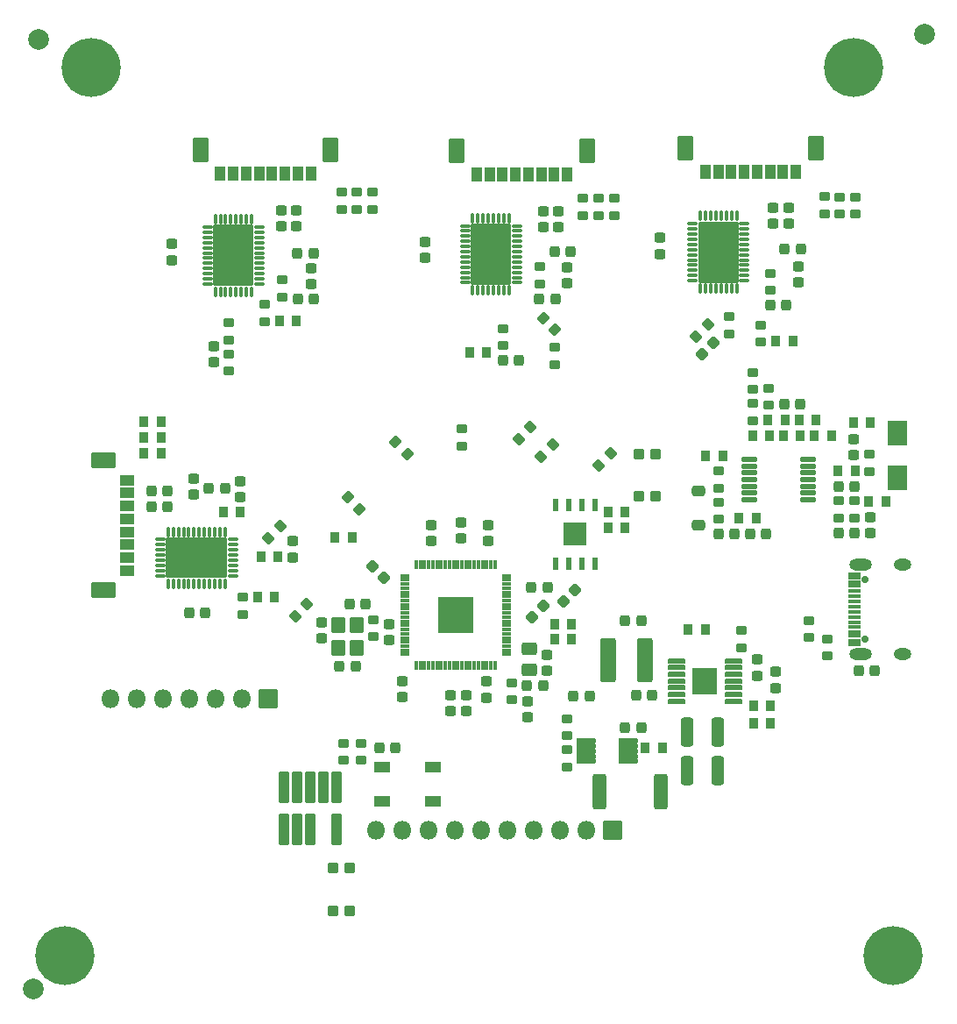
<source format=gts>
%TF.GenerationSoftware,KiCad,Pcbnew,8.0.8*%
%TF.CreationDate,2025-03-29T22:08:22-04:00*%
%TF.ProjectId,motor_board,6d6f746f-725f-4626-9f61-72642e6b6963,idk*%
%TF.SameCoordinates,Original*%
%TF.FileFunction,Soldermask,Top*%
%TF.FilePolarity,Negative*%
%FSLAX46Y46*%
G04 Gerber Fmt 4.6, Leading zero omitted, Abs format (unit mm)*
G04 Created by KiCad (PCBNEW 8.0.8) date 2025-03-29 22:08:22*
%MOMM*%
%LPD*%
G01*
G04 APERTURE LIST*
G04 Aperture macros list*
%AMRoundRect*
0 Rectangle with rounded corners*
0 $1 Rounding radius*
0 $2 $3 $4 $5 $6 $7 $8 $9 X,Y pos of 4 corners*
0 Add a 4 corners polygon primitive as box body*
4,1,4,$2,$3,$4,$5,$6,$7,$8,$9,$2,$3,0*
0 Add four circle primitives for the rounded corners*
1,1,$1+$1,$2,$3*
1,1,$1+$1,$4,$5*
1,1,$1+$1,$6,$7*
1,1,$1+$1,$8,$9*
0 Add four rect primitives between the rounded corners*
20,1,$1+$1,$2,$3,$4,$5,0*
20,1,$1+$1,$4,$5,$6,$7,0*
20,1,$1+$1,$6,$7,$8,$9,0*
20,1,$1+$1,$8,$9,$2,$3,0*%
G04 Aperture macros list end*
%ADD10RoundRect,0.063500X0.800100X0.152400X-0.800100X0.152400X-0.800100X-0.152400X0.800100X-0.152400X0*%
%ADD11RoundRect,0.063500X1.155000X1.230000X-1.155000X1.230000X-1.155000X-1.230000X1.155000X-1.230000X0*%
%ADD12RoundRect,0.250400X0.250400X0.275400X-0.250400X0.275400X-0.250400X-0.275400X0.250400X-0.275400X0*%
%ADD13RoundRect,0.250400X-0.250400X-0.275400X0.250400X-0.275400X0.250400X0.275400X-0.250400X0.275400X0*%
%ADD14RoundRect,0.225400X0.300400X-0.225400X0.300400X0.225400X-0.300400X0.225400X-0.300400X-0.225400X0*%
%ADD15RoundRect,0.250400X0.275400X-0.250400X0.275400X0.250400X-0.275400X0.250400X-0.275400X-0.250400X0*%
%ADD16C,5.701600*%
%ADD17C,2.000000*%
%ADD18RoundRect,0.225400X0.225400X0.300400X-0.225400X0.300400X-0.225400X-0.300400X0.225400X-0.300400X0*%
%ADD19RoundRect,0.225400X-0.225400X-0.300400X0.225400X-0.300400X0.225400X0.300400X-0.225400X0.300400X0*%
%ADD20RoundRect,0.270735X0.392565X1.455065X-0.392565X1.455065X-0.392565X-1.455065X0.392565X-1.455065X0*%
%ADD21RoundRect,0.355555X0.445245X1.795245X-0.445245X1.795245X-0.445245X-1.795245X0.445245X-1.795245X0*%
%ADD22RoundRect,0.272087X-0.353713X-1.128713X0.353713X-1.128713X0.353713X1.128713X-0.353713X1.128713X0*%
%ADD23RoundRect,0.050800X0.889000X0.165100X-0.889000X0.165100X-0.889000X-0.165100X0.889000X-0.165100X0*%
%ADD24C,0.701600*%
%ADD25RoundRect,0.050800X0.575000X-0.300000X0.575000X0.300000X-0.575000X0.300000X-0.575000X-0.300000X0*%
%ADD26RoundRect,0.050800X0.575000X-0.150000X0.575000X0.150000X-0.575000X0.150000X-0.575000X-0.150000X0*%
%ADD27O,2.201600X1.101600*%
%ADD28O,1.701600X1.101600*%
%ADD29RoundRect,0.250400X0.371797X0.017678X0.017678X0.371797X-0.371797X-0.017678X-0.017678X-0.371797X0*%
%ADD30RoundRect,0.225400X-0.300400X0.225400X-0.300400X-0.225400X0.300400X-0.225400X0.300400X0.225400X0*%
%ADD31RoundRect,0.250400X-0.275400X0.250400X-0.275400X-0.250400X0.275400X-0.250400X0.275400X0.250400X0*%
%ADD32RoundRect,0.050800X-0.121236X-0.453033X0.121236X-0.453033X0.121236X0.453033X-0.121236X0.453033X0*%
%ADD33RoundRect,0.050800X-0.453033X0.121236X-0.453033X-0.121236X0.453033X-0.121236X0.453033X0.121236X0*%
%ADD34C,0.401600*%
%ADD35RoundRect,0.050800X-2.900000X1.900000X-2.900000X-1.900000X2.900000X-1.900000X2.900000X1.900000X0*%
%ADD36RoundRect,0.050800X-0.850000X0.850000X-0.850000X-0.850000X0.850000X-0.850000X0.850000X0.850000X0*%
%ADD37O,1.801600X1.801600*%
%ADD38RoundRect,0.050800X0.121236X0.453033X-0.121236X0.453033X-0.121236X-0.453033X0.121236X-0.453033X0*%
%ADD39RoundRect,0.050800X1.900000X2.900000X-1.900000X2.900000X-1.900000X-2.900000X1.900000X-2.900000X0*%
%ADD40RoundRect,0.225400X0.053033X-0.371797X0.371797X-0.053033X-0.053033X0.371797X-0.371797X0.053033X0*%
%ADD41RoundRect,0.225400X-0.371797X-0.053033X-0.053033X-0.371797X0.371797X0.053033X0.053033X0.371797X0*%
%ADD42RoundRect,0.225400X-0.053033X0.371797X-0.371797X0.053033X0.053033X-0.371797X0.371797X-0.053033X0*%
%ADD43RoundRect,0.100160X-0.700640X-0.400640X0.700640X-0.400640X0.700640X0.400640X-0.700640X0.400640X0*%
%ADD44RoundRect,0.102000X-0.370000X-1.395000X0.370000X-1.395000X0.370000X1.395000X-0.370000X1.395000X0*%
%ADD45RoundRect,0.272087X-0.478713X0.353713X-0.478713X-0.353713X0.478713X-0.353713X0.478713X0.353713X0*%
%ADD46RoundRect,0.050800X0.450000X-0.450000X0.450000X0.450000X-0.450000X0.450000X-0.450000X-0.450000X0*%
%ADD47RoundRect,0.050800X-0.419100X-0.647700X0.419100X-0.647700X0.419100X0.647700X-0.419100X0.647700X0*%
%ADD48RoundRect,0.050800X-0.698500X-1.130300X0.698500X-1.130300X0.698500X1.130300X-0.698500X1.130300X0*%
%ADD49RoundRect,0.050800X-0.600000X0.700000X-0.600000X-0.700000X0.600000X-0.700000X0.600000X0.700000X0*%
%ADD50RoundRect,0.125400X0.662900X0.125400X-0.662900X0.125400X-0.662900X-0.125400X0.662900X-0.125400X0*%
%ADD51RoundRect,0.063500X-0.225000X0.525000X-0.225000X-0.525000X0.225000X-0.525000X0.225000X0.525000X0*%
%ADD52RoundRect,0.063500X-1.050000X-1.050000X1.050000X-1.050000X1.050000X1.050000X-1.050000X1.050000X0*%
%ADD53RoundRect,0.250400X0.017678X-0.371797X0.371797X-0.017678X-0.017678X0.371797X-0.371797X0.017678X0*%
%ADD54RoundRect,0.050800X-0.450000X0.450000X-0.450000X-0.450000X0.450000X-0.450000X0.450000X0.450000X0*%
%ADD55RoundRect,0.050800X0.850000X1.175000X-0.850000X1.175000X-0.850000X-1.175000X0.850000X-1.175000X0*%
%ADD56RoundRect,0.250400X-0.400400X0.250400X-0.400400X-0.250400X0.400400X-0.250400X0.400400X0.250400X0*%
%ADD57RoundRect,0.080400X-0.080400X-0.360400X0.080400X-0.360400X0.080400X0.360400X-0.080400X0.360400X0*%
%ADD58RoundRect,0.080400X-0.360400X0.080400X-0.360400X-0.080400X0.360400X-0.080400X0.360400X0.080400X0*%
%ADD59RoundRect,0.050800X-0.566666X0.566666X-0.566666X-0.566666X0.566666X-0.566666X0.566666X0.566666X0*%
%ADD60RoundRect,0.050800X0.647700X-0.419100X0.647700X0.419100X-0.647700X0.419100X-0.647700X-0.419100X0*%
%ADD61RoundRect,0.050800X1.130300X-0.698500X1.130300X0.698500X-1.130300X0.698500X-1.130300X-0.698500X0*%
%ADD62RoundRect,0.250400X-0.017678X0.371797X-0.371797X0.017678X0.017678X-0.371797X0.371797X-0.017678X0*%
%ADD63RoundRect,0.050800X0.850000X-0.850000X0.850000X0.850000X-0.850000X0.850000X-0.850000X-0.850000X0*%
G04 APERTURE END LIST*
D10*
X168004604Y-118740034D03*
X168004604Y-118090021D03*
X168004604Y-117440012D03*
X168004604Y-116790000D03*
X168004604Y-116139988D03*
X168004604Y-115489979D03*
X168004604Y-114839966D03*
X162467404Y-114839966D03*
X162467404Y-115489979D03*
X162467404Y-116139988D03*
X162467404Y-116790000D03*
X162467404Y-117440012D03*
X162467404Y-118090021D03*
X162467404Y-118740034D03*
D11*
X165236004Y-116790000D03*
D12*
X159069100Y-110973900D03*
X157519100Y-110973900D03*
D13*
X152519100Y-118223900D03*
X154069100Y-118223900D03*
X158603600Y-118152400D03*
X160153600Y-118152400D03*
D14*
X168776600Y-113579900D03*
X168776600Y-111929900D03*
D15*
X170237100Y-116260400D03*
X170237100Y-114710400D03*
D16*
X105946000Y-57564100D03*
X103426000Y-143294000D03*
X183426100Y-143294100D03*
X179606000Y-57564000D03*
D17*
X100330000Y-146558000D03*
D13*
X180100000Y-115800000D03*
X181650000Y-115800000D03*
D18*
X171570100Y-119168400D03*
X169920100Y-119168400D03*
D15*
X172015100Y-117466900D03*
X172015100Y-115916900D03*
D19*
X163619100Y-111773900D03*
X165269100Y-111773900D03*
X169920100Y-120882900D03*
X171570100Y-120882900D03*
D20*
X160962500Y-127500000D03*
X155037500Y-127500000D03*
D21*
X159464100Y-114786900D03*
X155864100Y-114786900D03*
D22*
X163507004Y-121743000D03*
X166457004Y-121743000D03*
X163507004Y-125454900D03*
X166457004Y-125454900D03*
D18*
X161119100Y-123223900D03*
X159469100Y-123223900D03*
D23*
X157838800Y-124549901D03*
X157838800Y-124049899D03*
X157838800Y-123549900D03*
X157838800Y-123049901D03*
X157838800Y-122549899D03*
X153749400Y-122549899D03*
X153749400Y-123049901D03*
X153749400Y-123549900D03*
X153749400Y-124049899D03*
X153749400Y-124549901D03*
D13*
X157519100Y-121323900D03*
X159069100Y-121323900D03*
D24*
X180735000Y-112735000D03*
X180735000Y-106965000D03*
D25*
X179660000Y-113050000D03*
X179660000Y-112250000D03*
D26*
X179660000Y-111100000D03*
X179660000Y-110100000D03*
X179660000Y-109600000D03*
X179660000Y-108600000D03*
D25*
X179660000Y-107450000D03*
X179660000Y-106650000D03*
D26*
X179660000Y-108100000D03*
X179660000Y-109100000D03*
X179660000Y-110600000D03*
X179660000Y-111600000D03*
D27*
X180235000Y-114170000D03*
D28*
X184375000Y-114170000D03*
D27*
X180235000Y-105530000D03*
D28*
X184375000Y-105530000D03*
D29*
X134217108Y-106846908D03*
X133121092Y-105750892D03*
D30*
X170647132Y-82426933D03*
X170647132Y-84076933D03*
D13*
X125897132Y-79926933D03*
X127447132Y-79926933D03*
D31*
X140650000Y-118175000D03*
X140650000Y-119725000D03*
D15*
X115823592Y-98815914D03*
X115823592Y-97265914D03*
D13*
X125847132Y-75451933D03*
X127397132Y-75451933D03*
D19*
X150719100Y-112773900D03*
X152369100Y-112773900D03*
D18*
X181219100Y-91873900D03*
X179569100Y-91873900D03*
D30*
X124397132Y-78051933D03*
X124397132Y-79701933D03*
D17*
X186436000Y-54356000D03*
D31*
X160847132Y-74001933D03*
X160847132Y-75551933D03*
D15*
X141694100Y-102998900D03*
X141694100Y-101448900D03*
D32*
X118866637Y-102380330D03*
X118366638Y-102380330D03*
X117866636Y-102380330D03*
X117366637Y-102380330D03*
X116866638Y-102380330D03*
X116366637Y-102380330D03*
X115866637Y-102380330D03*
X115366636Y-102380330D03*
X114866637Y-102380330D03*
X114366638Y-102380330D03*
X113866636Y-102380330D03*
X113366637Y-102380330D03*
D33*
X112613604Y-103133364D03*
X112613604Y-103633363D03*
X112613604Y-104133362D03*
X112613604Y-104633363D03*
X112613604Y-105133363D03*
X112613604Y-105633364D03*
X112613604Y-106133363D03*
X112613604Y-106633362D03*
D32*
X113366637Y-107386396D03*
X113866636Y-107386396D03*
X114366638Y-107386396D03*
X114866637Y-107386396D03*
X115366636Y-107386396D03*
X115866637Y-107386396D03*
X116366637Y-107386396D03*
X116866638Y-107386396D03*
X117366637Y-107386396D03*
X117866636Y-107386396D03*
X118366638Y-107386396D03*
X118866637Y-107386396D03*
D33*
X119619670Y-106633362D03*
X119619670Y-106133363D03*
X119619670Y-105633364D03*
X119619670Y-105133363D03*
X119619670Y-104633363D03*
X119619670Y-104133362D03*
X119619670Y-103633363D03*
X119619670Y-103133364D03*
D34*
X117366637Y-103383363D03*
X116116637Y-103383363D03*
X114866637Y-103383363D03*
X118616637Y-104383363D03*
X117366637Y-104383363D03*
X116116637Y-104383363D03*
X114866637Y-104383363D03*
X113616637Y-104383363D03*
D35*
X116116637Y-104883363D03*
D34*
X118616637Y-105383363D03*
X117366637Y-105383363D03*
X116116637Y-105383363D03*
X114866637Y-105383363D03*
X113616637Y-105383363D03*
X117366637Y-106383363D03*
X116116637Y-106383363D03*
X114866637Y-106383363D03*
D14*
X166594100Y-98148900D03*
X166594100Y-96498900D03*
D13*
X111773592Y-98465914D03*
X113323592Y-98465914D03*
D30*
X119222132Y-85201933D03*
X119222132Y-86851933D03*
D19*
X150719100Y-111273900D03*
X152369100Y-111273900D03*
D15*
X125438605Y-104836395D03*
X125438605Y-103286395D03*
D18*
X170169100Y-101073900D03*
X168519100Y-101073900D03*
X112688605Y-93261395D03*
X111038605Y-93261395D03*
D14*
X177032000Y-114387000D03*
X177032000Y-112737000D03*
D31*
X125757132Y-71301933D03*
X125757132Y-72851933D03*
D36*
X122996637Y-118483363D03*
D37*
X120456637Y-118483363D03*
X117916637Y-118483363D03*
X115376637Y-118483363D03*
X112836637Y-118483363D03*
X110296637Y-118483363D03*
X107756637Y-118483363D03*
D14*
X176797132Y-71676933D03*
X176797132Y-70026933D03*
D19*
X169819100Y-93073900D03*
X171469100Y-93073900D03*
X172819100Y-93073900D03*
X174469100Y-93073900D03*
D31*
X113747132Y-74601933D03*
X113747132Y-76151933D03*
D12*
X132444100Y-109323900D03*
X130894100Y-109323900D03*
D33*
X147050165Y-78326933D03*
X147050165Y-77826934D03*
X147050165Y-77326932D03*
X147050165Y-76826933D03*
X147050165Y-76326934D03*
X147050165Y-75826933D03*
X147050165Y-75326933D03*
X147050165Y-74826932D03*
X147050165Y-74326933D03*
X147050165Y-73826934D03*
X147050165Y-73326932D03*
X147050165Y-72826933D03*
D38*
X146297131Y-72073900D03*
X145797132Y-72073900D03*
X145297133Y-72073900D03*
X144797132Y-72073900D03*
X144297132Y-72073900D03*
X143797131Y-72073900D03*
X143297132Y-72073900D03*
X142797133Y-72073900D03*
D33*
X142044099Y-72826933D03*
X142044099Y-73326932D03*
X142044099Y-73826934D03*
X142044099Y-74326933D03*
X142044099Y-74826932D03*
X142044099Y-75326933D03*
X142044099Y-75826933D03*
X142044099Y-76326934D03*
X142044099Y-76826933D03*
X142044099Y-77326932D03*
X142044099Y-77826934D03*
X142044099Y-78326933D03*
D38*
X142797133Y-79079966D03*
X143297132Y-79079966D03*
X143797131Y-79079966D03*
X144297132Y-79079966D03*
X144797132Y-79079966D03*
X145297133Y-79079966D03*
X145797132Y-79079966D03*
X146297131Y-79079966D03*
D34*
X146047132Y-76826933D03*
X146047132Y-75576933D03*
X146047132Y-74326933D03*
X145047132Y-78076933D03*
X145047132Y-76826933D03*
X145047132Y-75576933D03*
X145047132Y-74326933D03*
X145047132Y-73076933D03*
D39*
X144547132Y-75576933D03*
D34*
X144047132Y-78076933D03*
X144047132Y-76826933D03*
X144047132Y-75576933D03*
X144047132Y-74326933D03*
X144047132Y-73076933D03*
X143047132Y-76826933D03*
X143047132Y-75576933D03*
X143047132Y-74326933D03*
D31*
X173322132Y-71051933D03*
X173322132Y-72601933D03*
X128200000Y-111125000D03*
X128200000Y-112675000D03*
D19*
X175819100Y-93073900D03*
X177469100Y-93073900D03*
D12*
X174419100Y-90073900D03*
X172869100Y-90073900D03*
D18*
X157519100Y-100473900D03*
X155869100Y-100473900D03*
D19*
X172094100Y-83998900D03*
X173744100Y-83998900D03*
D15*
X144294100Y-103248900D03*
X144294100Y-101698900D03*
D13*
X111773592Y-99965914D03*
X113323592Y-99965914D03*
D15*
X138794100Y-103248900D03*
X138794100Y-101698900D03*
D30*
X169844100Y-89998900D03*
X169844100Y-91648900D03*
X178112850Y-99398900D03*
X178112850Y-101048900D03*
D19*
X122338605Y-104786395D03*
X123988605Y-104786395D03*
D40*
X154960737Y-95957263D03*
X156127463Y-94790537D03*
D31*
X135994100Y-116798900D03*
X135994100Y-118348900D03*
D19*
X124122132Y-82026933D03*
X125772132Y-82026933D03*
D14*
X120548592Y-110340914D03*
X120548592Y-108690914D03*
D12*
X131469100Y-115373900D03*
X129919100Y-115373900D03*
D14*
X130122132Y-71251933D03*
X130122132Y-69601933D03*
D19*
X118698592Y-100490914D03*
X120348592Y-100490914D03*
D12*
X171119100Y-102573900D03*
X169569100Y-102573900D03*
D31*
X134750000Y-111298900D03*
X134750000Y-112848900D03*
D30*
X119222132Y-82201933D03*
X119222132Y-83851933D03*
D41*
X149585737Y-81715537D03*
X150752463Y-82882263D03*
D42*
X165530495Y-82368570D03*
X164363769Y-83535296D03*
D43*
X134044100Y-125123900D03*
X134044100Y-128423900D03*
X138944100Y-128423900D03*
X138944100Y-125123900D03*
D13*
X166569100Y-102573900D03*
X168119100Y-102573900D03*
D42*
X150552463Y-93990537D03*
X149385737Y-95157263D03*
D31*
X179619100Y-93448900D03*
X179619100Y-94998900D03*
D13*
X150719100Y-75323900D03*
X152269100Y-75323900D03*
X149219100Y-79873900D03*
X150769100Y-79873900D03*
D18*
X112698592Y-94765914D03*
X111048592Y-94765914D03*
D13*
X172922132Y-75076933D03*
X174472132Y-75076933D03*
D18*
X182719100Y-99473900D03*
X181069100Y-99473900D03*
D12*
X179669100Y-97973900D03*
X178119100Y-97973900D03*
D30*
X181119100Y-94898900D03*
X181119100Y-96548900D03*
D14*
X175300000Y-112600000D03*
X175300000Y-110950000D03*
D44*
X124547500Y-131141400D03*
X124547500Y-127071400D03*
X125817500Y-131141400D03*
X125817500Y-127071400D03*
X127087500Y-131141400D03*
X127087500Y-127071400D03*
X128357500Y-127071400D03*
X129627500Y-131141400D03*
X129627500Y-127071400D03*
D41*
X135310737Y-93715537D03*
X136477463Y-94882263D03*
D45*
X148294100Y-113648900D03*
X148294100Y-115698900D03*
D14*
X146594100Y-118598900D03*
X146594100Y-116948900D03*
D30*
X149244100Y-76798900D03*
X149244100Y-78448900D03*
D46*
X158844100Y-94873900D03*
X158844100Y-98973900D03*
X160444100Y-94873900D03*
X160444100Y-98973900D03*
D47*
X151919100Y-67868100D03*
X150669100Y-67868100D03*
X149419100Y-67868100D03*
X148169100Y-67868100D03*
X146919100Y-67868100D03*
X145669100Y-67868100D03*
X144419100Y-67868100D03*
X143169100Y-67868100D03*
D48*
X141269099Y-65573210D03*
X153819101Y-65573210D03*
D13*
X171522132Y-80476933D03*
X173072132Y-80476933D03*
D14*
X154919100Y-71848900D03*
X154919100Y-70198900D03*
D18*
X144119100Y-85073900D03*
X142469100Y-85073900D03*
D14*
X131622132Y-71251933D03*
X131622132Y-69601933D03*
X179644100Y-101048900D03*
X179644100Y-99398900D03*
D13*
X148044100Y-117273900D03*
X149594100Y-117273900D03*
D18*
X179719100Y-96473900D03*
X178069100Y-96473900D03*
D12*
X179669100Y-102473900D03*
X178119100Y-102473900D03*
D17*
X100838000Y-54864000D03*
D18*
X112688605Y-91761395D03*
X111038605Y-91761395D03*
D19*
X174319100Y-91573900D03*
X175969100Y-91573900D03*
D31*
X148069100Y-118723900D03*
X148069100Y-120273900D03*
D14*
X133097132Y-71251933D03*
X133097132Y-69601933D03*
X132044100Y-124436400D03*
X132044100Y-122786400D03*
D31*
X124297132Y-71301933D03*
X124297132Y-72851933D03*
D30*
X171547132Y-77401933D03*
X171547132Y-79051933D03*
D42*
X148377463Y-92240537D03*
X147210737Y-93407263D03*
D19*
X129494100Y-102950000D03*
X131144100Y-102950000D03*
D31*
X171822132Y-71051933D03*
X171822132Y-72601933D03*
D30*
X169844100Y-86998900D03*
X169844100Y-88648900D03*
D18*
X166969100Y-95023900D03*
X165319100Y-95023900D03*
D12*
X150019100Y-107723900D03*
X148469100Y-107723900D03*
D49*
X129844100Y-111373900D03*
X129844100Y-113573900D03*
X131544100Y-113573900D03*
X131544100Y-111373900D03*
D31*
X127197132Y-76926933D03*
X127197132Y-78476933D03*
D50*
X175206600Y-99273900D03*
X175206600Y-98623900D03*
X175206600Y-97973900D03*
X175206600Y-97323900D03*
X175206600Y-96673900D03*
X175206600Y-96023900D03*
X175206600Y-95373900D03*
X169481600Y-95373900D03*
X169481600Y-96023900D03*
X169481600Y-96673900D03*
X169481600Y-97323900D03*
X169481600Y-97973900D03*
X169481600Y-98623900D03*
X169481600Y-99273900D03*
D31*
X142150000Y-118175000D03*
X142150000Y-119725000D03*
D51*
X154599100Y-99773900D03*
X153329100Y-99773900D03*
X152059100Y-99773900D03*
X150789100Y-99773900D03*
X150789100Y-105473900D03*
X152059100Y-105473900D03*
X153329100Y-105473900D03*
X154599100Y-105473900D03*
D52*
X152694100Y-102623900D03*
D13*
X133794100Y-123273900D03*
X135344100Y-123273900D03*
D14*
X133194100Y-112498900D03*
X133194100Y-110848900D03*
D31*
X117747132Y-84476933D03*
X117747132Y-86026933D03*
D47*
X174022132Y-67651933D03*
X172772132Y-67651933D03*
X171522132Y-67651933D03*
X170272132Y-67651933D03*
X169022132Y-67651933D03*
X167772132Y-67651933D03*
X166522132Y-67651933D03*
X165272132Y-67651933D03*
D48*
X163372131Y-65357043D03*
X175922133Y-65357043D03*
D33*
X169050165Y-78126933D03*
X169050165Y-77626934D03*
X169050165Y-77126932D03*
X169050165Y-76626933D03*
X169050165Y-76126934D03*
X169050165Y-75626933D03*
X169050165Y-75126933D03*
X169050165Y-74626932D03*
X169050165Y-74126933D03*
X169050165Y-73626934D03*
X169050165Y-73126932D03*
X169050165Y-72626933D03*
D38*
X168297131Y-71873900D03*
X167797132Y-71873900D03*
X167297133Y-71873900D03*
X166797132Y-71873900D03*
X166297132Y-71873900D03*
X165797131Y-71873900D03*
X165297132Y-71873900D03*
X164797133Y-71873900D03*
D33*
X164044099Y-72626933D03*
X164044099Y-73126932D03*
X164044099Y-73626934D03*
X164044099Y-74126933D03*
X164044099Y-74626932D03*
X164044099Y-75126933D03*
X164044099Y-75626933D03*
X164044099Y-76126934D03*
X164044099Y-76626933D03*
X164044099Y-77126932D03*
X164044099Y-77626934D03*
X164044099Y-78126933D03*
D38*
X164797133Y-78879966D03*
X165297132Y-78879966D03*
X165797131Y-78879966D03*
X166297132Y-78879966D03*
X166797132Y-78879966D03*
X167297133Y-78879966D03*
X167797132Y-78879966D03*
X168297131Y-78879966D03*
D34*
X168047132Y-76626933D03*
X168047132Y-75376933D03*
X168047132Y-74126933D03*
X167047132Y-77876933D03*
X167047132Y-76626933D03*
X167047132Y-75376933D03*
X167047132Y-74126933D03*
X167047132Y-72876933D03*
D39*
X166547132Y-75376933D03*
D34*
X166047132Y-77876933D03*
X166047132Y-76626933D03*
X166047132Y-75376933D03*
X166047132Y-74126933D03*
X166047132Y-72876933D03*
X165047132Y-76626933D03*
X165047132Y-75376933D03*
X165047132Y-74126933D03*
D53*
X148546092Y-110596908D03*
X149642108Y-109500892D03*
D54*
X130940425Y-138957500D03*
X130940425Y-134857500D03*
X129340425Y-138957500D03*
X129340425Y-134857500D03*
D41*
X130710737Y-99015537D03*
X131877463Y-100182263D03*
D14*
X179747132Y-71701933D03*
X179747132Y-70051933D03*
D13*
X115388605Y-110186395D03*
X116938605Y-110186395D03*
D55*
X183844100Y-97173900D03*
X183844100Y-92873900D03*
D13*
X145719100Y-85823900D03*
X147269100Y-85823900D03*
D31*
X149994100Y-114248900D03*
X149994100Y-115798900D03*
D19*
X171319100Y-91573900D03*
X172969100Y-91573900D03*
D31*
X151894100Y-76848900D03*
X151894100Y-78398900D03*
X181169100Y-100948900D03*
X181169100Y-102498900D03*
X138194100Y-74398900D03*
X138194100Y-75948900D03*
D30*
X122697132Y-80426933D03*
X122697132Y-82076933D03*
D33*
X122175165Y-78451933D03*
X122175165Y-77951934D03*
X122175165Y-77451932D03*
X122175165Y-76951933D03*
X122175165Y-76451934D03*
X122175165Y-75951933D03*
X122175165Y-75451933D03*
X122175165Y-74951932D03*
X122175165Y-74451933D03*
X122175165Y-73951934D03*
X122175165Y-73451932D03*
X122175165Y-72951933D03*
D38*
X121422131Y-72198900D03*
X120922132Y-72198900D03*
X120422133Y-72198900D03*
X119922132Y-72198900D03*
X119422132Y-72198900D03*
X118922131Y-72198900D03*
X118422132Y-72198900D03*
X117922133Y-72198900D03*
D33*
X117169099Y-72951933D03*
X117169099Y-73451932D03*
X117169099Y-73951934D03*
X117169099Y-74451933D03*
X117169099Y-74951932D03*
X117169099Y-75451933D03*
X117169099Y-75951933D03*
X117169099Y-76451934D03*
X117169099Y-76951933D03*
X117169099Y-77451932D03*
X117169099Y-77951934D03*
X117169099Y-78451933D03*
D38*
X117922133Y-79204966D03*
X118422132Y-79204966D03*
X118922131Y-79204966D03*
X119422132Y-79204966D03*
X119922132Y-79204966D03*
X120422133Y-79204966D03*
X120922132Y-79204966D03*
X121422131Y-79204966D03*
D34*
X121172132Y-76951933D03*
X121172132Y-75701933D03*
X121172132Y-74451933D03*
X120172132Y-78201933D03*
X120172132Y-76951933D03*
X120172132Y-75701933D03*
X120172132Y-74451933D03*
X120172132Y-73201933D03*
D39*
X119672132Y-75701933D03*
D34*
X119172132Y-78201933D03*
X119172132Y-76951933D03*
X119172132Y-75701933D03*
X119172132Y-74451933D03*
X119172132Y-73201933D03*
X118172132Y-76951933D03*
X118172132Y-75701933D03*
X118172132Y-74451933D03*
D30*
X150694100Y-84573900D03*
X150694100Y-86223900D03*
D31*
X174297132Y-76751933D03*
X174297132Y-78301933D03*
D30*
X167597132Y-81601933D03*
X167597132Y-83251933D03*
X166594100Y-99498900D03*
X166594100Y-101148900D03*
X171344100Y-88498900D03*
X171344100Y-90148900D03*
D14*
X178272132Y-71701933D03*
X178272132Y-70051933D03*
X153394100Y-71848900D03*
X153394100Y-70198900D03*
D31*
X144144100Y-116848900D03*
X144144100Y-118398900D03*
D13*
X117298592Y-98190914D03*
X118848592Y-98190914D03*
D30*
X151894100Y-123448900D03*
X151894100Y-125098900D03*
D19*
X155869100Y-101973900D03*
X157519100Y-101973900D03*
D40*
X125633274Y-110566726D03*
X126800000Y-109400000D03*
D56*
X164644100Y-98473900D03*
X164644100Y-101773900D03*
D31*
X149584100Y-71398900D03*
X149584100Y-72948900D03*
D15*
X120298592Y-99040914D03*
X120298592Y-97490914D03*
D57*
X144944100Y-105527400D03*
X144544100Y-105527400D03*
X144144100Y-105527400D03*
X143744100Y-105527400D03*
X143344100Y-105527400D03*
X142944100Y-105527400D03*
X142544100Y-105527400D03*
X142144100Y-105527400D03*
X141744100Y-105527400D03*
X141344100Y-105527400D03*
X140944100Y-105527400D03*
X140544100Y-105527400D03*
X140144100Y-105527400D03*
X139744100Y-105527400D03*
X139344100Y-105527400D03*
X138944100Y-105527400D03*
X138544100Y-105527400D03*
X138144100Y-105527400D03*
X137744100Y-105527400D03*
X137344100Y-105527400D03*
D58*
X136247600Y-106623900D03*
X136247600Y-107023900D03*
X136247600Y-107423900D03*
X136247600Y-107823900D03*
X136247600Y-108223900D03*
X136247600Y-108623900D03*
X136247600Y-109023900D03*
X136247600Y-109423900D03*
X136247600Y-109823900D03*
X136247600Y-110223900D03*
X136247600Y-110623900D03*
X136247600Y-111023900D03*
X136247600Y-111423900D03*
X136247600Y-111823900D03*
X136247600Y-112223900D03*
X136247600Y-112623900D03*
X136247600Y-113023900D03*
X136247600Y-113423900D03*
X136247600Y-113823900D03*
X136247600Y-114223900D03*
D57*
X137344100Y-115320400D03*
X137744100Y-115320400D03*
X138144100Y-115320400D03*
X138544100Y-115320400D03*
X138944100Y-115320400D03*
X139344100Y-115320400D03*
X139744100Y-115320400D03*
X140144100Y-115320400D03*
X140544100Y-115320400D03*
X140944100Y-115320400D03*
X141344100Y-115320400D03*
X141744100Y-115320400D03*
X142144100Y-115320400D03*
X142544100Y-115320400D03*
X142944100Y-115320400D03*
X143344100Y-115320400D03*
X143744100Y-115320400D03*
X144144100Y-115320400D03*
X144544100Y-115320400D03*
X144944100Y-115320400D03*
D58*
X146040600Y-114223900D03*
X146040600Y-113823900D03*
X146040600Y-113423900D03*
X146040600Y-113023900D03*
X146040600Y-112623900D03*
X146040600Y-112223900D03*
X146040600Y-111823900D03*
X146040600Y-111423900D03*
X146040600Y-111023900D03*
X146040600Y-110623900D03*
X146040600Y-110223900D03*
X146040600Y-109823900D03*
X146040600Y-109423900D03*
X146040600Y-109023900D03*
X146040600Y-108623900D03*
X146040600Y-108223900D03*
X146040600Y-107823900D03*
X146040600Y-107423900D03*
X146040600Y-107023900D03*
X146040600Y-106623900D03*
D24*
X142277433Y-109290567D03*
D59*
X142277433Y-109290567D03*
D24*
X141144100Y-109290567D03*
D59*
X141144100Y-109290567D03*
D24*
X140010767Y-109290567D03*
D59*
X140010767Y-109290567D03*
D24*
X142277433Y-110423900D03*
D59*
X142277433Y-110423900D03*
D24*
X141144100Y-110423900D03*
D59*
X141144100Y-110423900D03*
D24*
X140010767Y-110423900D03*
D59*
X140010767Y-110423900D03*
D24*
X142277433Y-111557233D03*
D59*
X142277433Y-111557233D03*
D24*
X141144100Y-111557233D03*
D59*
X141144100Y-111557233D03*
D24*
X140010767Y-111557233D03*
D59*
X140010767Y-111557233D03*
D30*
X145744100Y-82748900D03*
X145744100Y-84398900D03*
D19*
X121998592Y-108690914D03*
X123648592Y-108690914D03*
D60*
X109373592Y-97390914D03*
X109373592Y-98640914D03*
X109373592Y-99890914D03*
X109373592Y-101140914D03*
X109373592Y-102390914D03*
X109373592Y-103640914D03*
X109373592Y-104890914D03*
X109373592Y-106140914D03*
D61*
X107078702Y-108040915D03*
X107078702Y-95490913D03*
D40*
X123055242Y-102969758D03*
X124221968Y-101803032D03*
D62*
X152692108Y-107975892D03*
X151596092Y-109071908D03*
D47*
X127147132Y-67796133D03*
X125897132Y-67796133D03*
X124647132Y-67796133D03*
X123397132Y-67796133D03*
X122147132Y-67796133D03*
X120897132Y-67796133D03*
X119647132Y-67796133D03*
X118397132Y-67796133D03*
D48*
X116497131Y-65501243D03*
X129047133Y-65501243D03*
D31*
X151094100Y-71398900D03*
X151094100Y-72948900D03*
D30*
X141744100Y-92448900D03*
X141744100Y-94098900D03*
D14*
X130294100Y-124436400D03*
X130294100Y-122786400D03*
X151894100Y-122098900D03*
X151894100Y-120448900D03*
X156444100Y-71848900D03*
X156444100Y-70198900D03*
D62*
X166020140Y-84103925D03*
X164924124Y-85199941D03*
D63*
X156282000Y-131200000D03*
D37*
X153742000Y-131200000D03*
X151202000Y-131200000D03*
X148662000Y-131200000D03*
X146122000Y-131200000D03*
X143582000Y-131200000D03*
X141042000Y-131200000D03*
X138502000Y-131200000D03*
X135962000Y-131200000D03*
X133422000Y-131200000D03*
M02*

</source>
